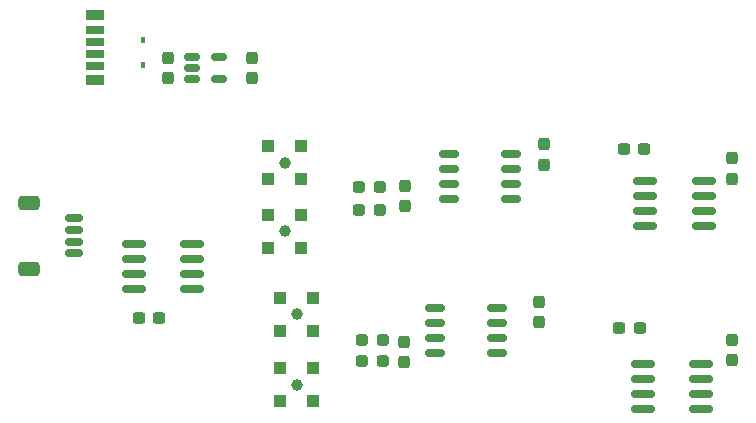
<source format=gbr>
%TF.GenerationSoftware,KiCad,Pcbnew,(6.0.4-0)*%
%TF.CreationDate,2022-10-18T14:28:54-06:00*%
%TF.ProjectId,HX711_710_711_720,48583731-315f-4373-9130-5f3731315f37,rev?*%
%TF.SameCoordinates,Original*%
%TF.FileFunction,Paste,Top*%
%TF.FilePolarity,Positive*%
%FSLAX46Y46*%
G04 Gerber Fmt 4.6, Leading zero omitted, Abs format (unit mm)*
G04 Created by KiCad (PCBNEW (6.0.4-0)) date 2022-10-18 14:28:54*
%MOMM*%
%LPD*%
G01*
G04 APERTURE LIST*
G04 Aperture macros list*
%AMRoundRect*
0 Rectangle with rounded corners*
0 $1 Rounding radius*
0 $2 $3 $4 $5 $6 $7 $8 $9 X,Y pos of 4 corners*
0 Add a 4 corners polygon primitive as box body*
4,1,4,$2,$3,$4,$5,$6,$7,$8,$9,$2,$3,0*
0 Add four circle primitives for the rounded corners*
1,1,$1+$1,$2,$3*
1,1,$1+$1,$4,$5*
1,1,$1+$1,$6,$7*
1,1,$1+$1,$8,$9*
0 Add four rect primitives between the rounded corners*
20,1,$1+$1,$2,$3,$4,$5,0*
20,1,$1+$1,$4,$5,$6,$7,0*
20,1,$1+$1,$6,$7,$8,$9,0*
20,1,$1+$1,$8,$9,$2,$3,0*%
G04 Aperture macros list end*
%ADD10RoundRect,0.150000X-0.625000X0.150000X-0.625000X-0.150000X0.625000X-0.150000X0.625000X0.150000X0*%
%ADD11RoundRect,0.250000X-0.650000X0.350000X-0.650000X-0.350000X0.650000X-0.350000X0.650000X0.350000X0*%
%ADD12RoundRect,0.237500X-0.237500X0.300000X-0.237500X-0.300000X0.237500X-0.300000X0.237500X0.300000X0*%
%ADD13RoundRect,0.150000X-0.825000X-0.150000X0.825000X-0.150000X0.825000X0.150000X-0.825000X0.150000X0*%
%ADD14RoundRect,0.237500X-0.300000X-0.237500X0.300000X-0.237500X0.300000X0.237500X-0.300000X0.237500X0*%
%ADD15RoundRect,0.150000X-0.512500X-0.150000X0.512500X-0.150000X0.512500X0.150000X-0.512500X0.150000X0*%
%ADD16RoundRect,0.150000X0.825000X0.150000X-0.825000X0.150000X-0.825000X-0.150000X0.825000X-0.150000X0*%
%ADD17R,1.600000X0.800000*%
%ADD18R,1.600000X0.900000*%
%ADD19R,0.450000X0.600000*%
%ADD20RoundRect,0.237500X0.300000X0.237500X-0.300000X0.237500X-0.300000X-0.237500X0.300000X-0.237500X0*%
%ADD21RoundRect,0.237500X0.237500X-0.300000X0.237500X0.300000X-0.237500X0.300000X-0.237500X-0.300000X0*%
%ADD22RoundRect,0.237500X0.287500X0.237500X-0.287500X0.237500X-0.287500X-0.237500X0.287500X-0.237500X0*%
%ADD23RoundRect,0.150000X-0.675000X-0.150000X0.675000X-0.150000X0.675000X0.150000X-0.675000X0.150000X0*%
%ADD24C,1.000000*%
%ADD25R,1.000000X1.000000*%
G04 APERTURE END LIST*
D10*
%TO.C,J7*%
X115300000Y-77400000D03*
X115300000Y-78400000D03*
X115300000Y-79400000D03*
X115300000Y-80400000D03*
D11*
X111425000Y-81700000D03*
X111425000Y-76100000D03*
%TD*%
D12*
%TO.C,C9*%
X171000000Y-87737500D03*
X171000000Y-89462500D03*
%TD*%
%TO.C,C8*%
X171000000Y-72337500D03*
X171000000Y-74062500D03*
%TD*%
D13*
%TO.C,U5*%
X163425000Y-89795000D03*
X163425000Y-91065000D03*
X163425000Y-92335000D03*
X163425000Y-93605000D03*
X168375000Y-93605000D03*
X168375000Y-92335000D03*
X168375000Y-91065000D03*
X168375000Y-89795000D03*
%TD*%
%TO.C,U4*%
X163625000Y-74295000D03*
X163625000Y-75565000D03*
X163625000Y-76835000D03*
X163625000Y-78105000D03*
X168575000Y-78105000D03*
X168575000Y-76835000D03*
X168575000Y-75565000D03*
X168575000Y-74295000D03*
%TD*%
D14*
%TO.C,C7*%
X161437500Y-86700000D03*
X163162500Y-86700000D03*
%TD*%
%TO.C,C6*%
X161837500Y-71600000D03*
X163562500Y-71600000D03*
%TD*%
D15*
%TO.C,U6*%
X125262500Y-63750000D03*
X125262500Y-64700000D03*
X125262500Y-65650000D03*
X127537500Y-65650000D03*
X127537500Y-63750000D03*
%TD*%
D16*
%TO.C,U1*%
X125275000Y-83405000D03*
X125275000Y-82135000D03*
X125275000Y-80865000D03*
X125275000Y-79595000D03*
X120325000Y-79595000D03*
X120325000Y-80865000D03*
X120325000Y-82135000D03*
X120325000Y-83405000D03*
%TD*%
D17*
%TO.C,J12*%
X117070000Y-62500000D03*
X117070000Y-64520000D03*
D18*
X117070000Y-65750000D03*
D17*
X117070000Y-63500000D03*
X117070000Y-61480000D03*
D18*
X117070000Y-60250000D03*
%TD*%
D19*
%TO.C,D1*%
X121100000Y-62350000D03*
X121100000Y-64450000D03*
%TD*%
D12*
%TO.C,C11*%
X130300000Y-63837500D03*
X130300000Y-65562500D03*
%TD*%
%TO.C,C5*%
X154674999Y-84497499D03*
X154674999Y-86222499D03*
%TD*%
%TO.C,C10*%
X123200000Y-63837500D03*
X123200000Y-65562500D03*
%TD*%
%TO.C,C4*%
X155074999Y-71147499D03*
X155074999Y-72872499D03*
%TD*%
D20*
%TO.C,C3*%
X122462500Y-85900000D03*
X120737500Y-85900000D03*
%TD*%
D21*
%TO.C,C2*%
X143224999Y-89597499D03*
X143224999Y-87872499D03*
%TD*%
%TO.C,C1*%
X143324999Y-76422499D03*
X143324999Y-74697499D03*
%TD*%
D22*
%TO.C,R2*%
X141174999Y-76734999D03*
X139424999Y-76734999D03*
%TD*%
%TO.C,R3*%
X141399999Y-87734999D03*
X139649999Y-87734999D03*
%TD*%
%TO.C,R4*%
X141424999Y-89534999D03*
X139674999Y-89534999D03*
%TD*%
D23*
%TO.C,U2*%
X146974999Y-71994999D03*
X146974999Y-73264999D03*
X146974999Y-74534999D03*
X146974999Y-75804999D03*
X152224999Y-75804999D03*
X152224999Y-74534999D03*
X152224999Y-73264999D03*
X152224999Y-71994999D03*
%TD*%
%TO.C,U3*%
X145799999Y-85029999D03*
X145799999Y-86299999D03*
X145799999Y-87569999D03*
X145799999Y-88839999D03*
X151049999Y-88839999D03*
X151049999Y-87569999D03*
X151049999Y-86299999D03*
X151049999Y-85029999D03*
%TD*%
D22*
%TO.C,R1*%
X141174999Y-74734999D03*
X139424999Y-74734999D03*
%TD*%
D24*
%TO.C,J3*%
X133124999Y-72724999D03*
D25*
X131724999Y-74124999D03*
X134524999Y-71324999D03*
X131724999Y-71324999D03*
X134524999Y-74124999D03*
%TD*%
D24*
%TO.C,J5*%
X133124999Y-78534999D03*
D25*
X131724999Y-77134999D03*
X134524999Y-77134999D03*
X134524999Y-79934999D03*
X131724999Y-79934999D03*
%TD*%
D24*
%TO.C,J6*%
X134124999Y-91534999D03*
D25*
X132724999Y-92934999D03*
X132724999Y-90134999D03*
X135524999Y-92934999D03*
X135524999Y-90134999D03*
%TD*%
D24*
%TO.C,J2*%
X134124999Y-85534999D03*
D25*
X135524999Y-84134999D03*
X132724999Y-86934999D03*
X135524999Y-86934999D03*
X132724999Y-84134999D03*
%TD*%
M02*

</source>
